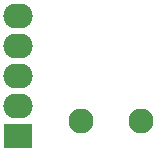
<source format=gbs>
G04*
G04 #@! TF.GenerationSoftware,Altium Limited,Altium Designer,21.0.9 (235)*
G04*
G04 Layer_Color=16711935*
%FSTAX24Y24*%
%MOIN*%
G70*
G04*
G04 #@! TF.SameCoordinates,4053B660-B042-41B2-9039-F209D6E1977B*
G04*
G04*
G04 #@! TF.FilePolarity,Negative*
G04*
G01*
G75*
%ADD20O,0.0980X0.0830*%
%ADD21R,0.0980X0.0830*%
%ADD22C,0.0830*%
D20*
X03605Y03525D02*
D03*
Y03225D02*
D03*
Y03325D02*
D03*
Y03425D02*
D03*
D21*
Y03125D02*
D03*
D22*
X04015Y03175D02*
D03*
X03815D02*
D03*
M02*

</source>
